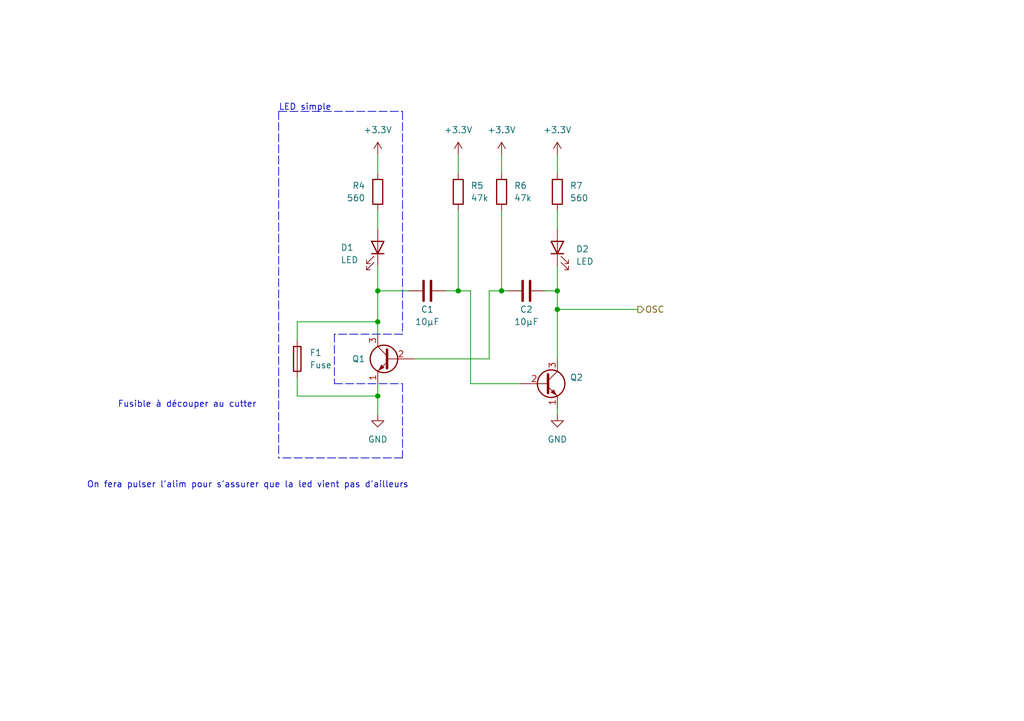
<source format=kicad_sch>
(kicad_sch (version 20211123) (generator eeschema)
  (paper "A5")
  (title_block (title "LED simple puis Multivibrateur") (company "ARES"))
  (lib_symbols
    (symbol "Device:C" (pin_numbers hide) (pin_names (offset 0.254))
      (property "Reference" "C" (at 0.635 2.54 0))
      (property "Value" "C" (at 0.635 -2.54 0))
      (symbol "C_0_1"
        (polyline (pts (xy -2.032 -0.762) (xy 2.032 -0.762)) (stroke (width 0.508)))
        (polyline (pts (xy -2.032 0.762) (xy 2.032 0.762)) (stroke (width 0.508)))
      )
      (symbol "C_1_1"
        (pin passive line (at 0 3.81 270) (length 2.794) (name "~") (number "1"))
        (pin passive line (at 0 -3.81 90) (length 2.794) (name "~") (number "2"))
      )
    )
    (symbol "Device:Fuse" (pin_numbers hide) (pin_names (offset 0))
      (property "Reference" "F" (at 2.032 0 90))
      (property "Value" "Fuse" (at -1.905 0 90))
      (symbol "Fuse_0_1"
        (rectangle (start -0.762 -2.54) (end 0.762 2.54) (stroke (width 0.254)))
        (polyline (pts (xy 0 2.54) (xy 0 -2.54)))
      )
      (symbol "Fuse_1_1"
        (pin passive line (at 0 3.81 270) (length 1.27) (name "~") (number "1"))
        (pin passive line (at 0 -3.81 90) (length 1.27) (name "~") (number "2"))
      )
    )
    (symbol "Device:LED" (pin_numbers hide) (pin_names (offset 1.016) hide)
      (property "Reference" "D" (at 0 2.54 0))
      (property "Value" "LED" (at 0 -2.54 0))
      (symbol "LED_0_1"
        (polyline (pts (xy -1.27 -1.27) (xy -1.27 1.27)) (stroke (width 0.254)))
        (polyline (pts (xy -1.27 0) (xy 1.27 0)))
        (polyline (pts (xy 1.27 -1.27) (xy 1.27 1.27) (xy -1.27 0) (xy 1.27 -1.27)) (stroke (width 0.254)))
        (polyline (pts (xy -3.048 -0.762) (xy -4.572 -2.286) (xy -3.81 -2.286) (xy -4.572 -2.286) (xy -4.572 -1.524)))
        (polyline (pts (xy -1.778 -0.762) (xy -3.302 -2.286) (xy -2.54 -2.286) (xy -3.302 -2.286) (xy -3.302 -1.524)))
      )
      (symbol "LED_1_1"
        (pin passive line (at -3.81 0 0) (length 2.54) (name "K") (number "1"))
        (pin passive line (at 3.81 0 180) (length 2.54) (name "A") (number "2"))
      )
    )
    (symbol "Device:Q_NPN_EBC" (pin_names (offset 0) hide)
      (property "Reference" "Q" (at 5.08 1.27 0))
      (property "Value" "Q_NPN_EBC" (at 5.08 -1.27 0))
      (symbol "Q_NPN_EBC_0_1"
        (polyline (pts (xy 0.635 0.635) (xy 2.54 2.54)))
        (polyline (pts (xy 0.635 -0.635) (xy 2.54 -2.54) (xy 2.54 -2.54)))
        (polyline (pts (xy 0.635 1.905) (xy 0.635 -1.905) (xy 0.635 -1.905)) (stroke (width 0.508)))
        (polyline (pts (xy 1.27 -1.778) (xy 1.778 -1.27) (xy 2.286 -2.286) (xy 1.27 -1.778) (xy 1.27 -1.778)) (fill (type outline)))
        (circle (center 1.27 0) (radius 2.8194) (stroke (width 0.254)))
      )
      (symbol "Q_NPN_EBC_1_1"
        (pin passive line (at 2.54 -5.08 90) (length 2.54) (name "E") (number "1"))
        (pin passive line (at -5.08 0 0) (length 5.715) (name "B") (number "2"))
        (pin passive line (at 2.54 5.08 270) (length 2.54) (name "C") (number "3"))
      )
    )
    (symbol "Device:R" (pin_numbers hide) (pin_names (offset 0))
      (property "Reference" "R" (at 2.032 0 90))
      (property "Value" "R" (at 0 0 90))
      (symbol "R_0_1"
        (rectangle (start -1.016 -2.54) (end 1.016 2.54) (stroke (width 0.254)))
      )
      (symbol "R_1_1"
        (pin passive line (at 0 3.81 270) (length 1.27) (name "~") (number "1"))
        (pin passive line (at 0 -3.81 90) (length 1.27) (name "~") (number "2"))
      )
    )
    (symbol "power:+3.3V" (power) (pin_names (offset 0))
      (property "Value" "+3.3V" (at 0 3.556 0))
      (symbol "+3.3V_0_1"
        (polyline (pts (xy -0.762 1.27) (xy 0 2.54)))
        (polyline (pts (xy 0 0) (xy 0 2.54)))
        (polyline (pts (xy 0 2.54) (xy 0.762 1.27)))
      )
      (symbol "+3.3V_1_1"
        (pin power_in line (at 0 0 90) (length 0) hide (name "+3.3V") (number "1"))
      )
    )
    (symbol "power:GND" (power) (pin_names (offset 0))
      (property "Value" "GND" (at 0 -3.81 0))
      (symbol "GND_0_1"
        (polyline (pts (xy 0 0) (xy 0 -1.27) (xy 1.27 -1.27) (xy 0 -2.54) (xy -1.27 -1.27) (xy 0 -1.27)))
      )
      (symbol "GND_1_1"
        (pin power_in line (at 0 0 270) (length 0) hide (name "GND") (number "1"))
      )
    )
  )
  (junction (at 93.98 59.69))
  (junction (at 114.3 63.5))
  (junction (at 102.87 59.69))
  (junction (at 77.47 59.69))
  (junction (at 77.47 66.04))
  (junction (at 77.47 81.28))
  (junction (at 114.3 59.69))
  (wire (pts (xy 77.47 66.04) (xy 60.96 66.04)))
  (polyline (pts (xy 82.55 22.86) (xy 82.55 68.58)))
  (wire (pts (xy 77.47 31.75) (xy 77.47 35.56)))
  (wire (pts (xy 114.3 43.18) (xy 114.3 46.99)))
  (wire (pts (xy 93.98 59.69) (xy 96.52 59.69)))
  (wire (pts (xy 77.47 59.69) (xy 77.47 66.04)))
  (wire (pts (xy 77.47 54.61) (xy 77.47 59.69)))
  (wire (pts (xy 91.44 59.69) (xy 93.98 59.69)))
  (wire (pts (xy 114.3 59.69) (xy 114.3 63.5)))
  (wire (pts (xy 114.3 83.82) (xy 114.3 85.09)))
  (wire (pts (xy 60.96 66.04) (xy 60.96 69.85)))
  (wire (pts (xy 111.76 59.69) (xy 114.3 59.69)))
  (wire (pts (xy 77.47 81.28) (xy 77.47 85.09)))
  (polyline (pts (xy 57.15 22.86) (xy 57.15 93.98)))
  (wire (pts (xy 102.87 59.69) (xy 104.14 59.69)))
  (wire (pts (xy 96.52 59.69) (xy 96.52 78.74)))
  (wire (pts (xy 102.87 43.18) (xy 102.87 59.69)))
  (wire (pts (xy 60.96 77.47) (xy 60.96 81.28)))
  (wire (pts (xy 77.47 68.58) (xy 77.47 66.04)))
  (wire (pts (xy 77.47 43.18) (xy 77.47 46.99)))
  (wire (pts (xy 114.3 63.5) (xy 114.3 73.66)))
  (wire (pts (xy 114.3 31.75) (xy 114.3 35.56)))
  (polyline (pts (xy 82.55 93.98) (xy 57.15 93.98)))
  (polyline (pts (xy 68.58 68.58) (xy 68.58 78.74)))
  (wire (pts (xy 100.33 59.69) (xy 102.87 59.69)))
  (polyline (pts (xy 57.15 22.86) (xy 82.55 22.86)))
  (polyline (pts (xy 68.58 78.74) (xy 82.55 78.74)))
  (wire (pts (xy 77.47 59.69) (xy 83.82 59.69)))
  (wire (pts (xy 100.33 73.66) (xy 100.33 59.69)))
  (polyline (pts (xy 82.55 78.74) (xy 82.55 93.98)))
  (wire (pts (xy 93.98 31.75) (xy 93.98 35.56)))
  (wire (pts (xy 114.3 63.5) (xy 130.81 63.5)))
  (wire (pts (xy 60.96 81.28) (xy 77.47 81.28)))
  (wire (pts (xy 102.87 31.75) (xy 102.87 35.56)))
  (wire (pts (xy 93.98 43.18) (xy 93.98 59.69)))
  (polyline (pts (xy 82.55 68.58) (xy 68.58 68.58)))
  (wire (pts (xy 85.09 73.66) (xy 100.33 73.66)))
  (wire (pts (xy 106.68 78.74) (xy 96.52 78.74)))
  (wire (pts (xy 77.47 78.74) (xy 77.47 81.28)))
  (wire (pts (xy 114.3 54.61) (xy 114.3 59.69)))
  (text "LED simple\n" (at 57.15 22.86 0) (effects (font (size 1.27 1.27)) (justify left bottom)))
  (text "Fusible à découper au cutter" (at 24.13 83.82 0) (effects (font (size 1.27 1.27)) (justify left bottom)))
  (text "On fera pulser l'alim pour s'assurer que la led vient pas d'ailleurs" (at 17.78 100.33 0) (effects (font (size 1.27 1.27)) (justify left bottom)))
  (hierarchical_label "OSC" (shape output) (at 130.81 63.5 0))
  (symbol (lib_id "Device:R") (at 93.98 39.37 0) (unit 1)
    (property "Reference" "R5" (at 96.52 38.0999 0) (effects (justify left)))
    (property "Value" "47k" (at 96.52 40.6399 0) (effects (justify left)))
    (property "Footprint" "Resistor_SMD:R_0805_2012Metric" (effects hide))
  )
  (symbol (lib_id "Device:R") (at 102.87 39.37 0) (unit 1)
    (property "Reference" "R6" (at 105.41 38.0999 0) (effects (justify left)))
    (property "Value" "47k" (at 105.41 40.6399 0) (effects (justify left)))
    (property "Footprint" "Resistor_SMD:R_0805_2012Metric" (effects hide))
  )
  (symbol (lib_id "power:GND") (at 114.3 85.09 0) (unit 1)
    (property "Reference" "#PWR010" (effects hide))
    (property "Value" "GND" (at 114.3 90.17 0))
  )
  (symbol (lib_id "power:+3.3V") (at 93.98 31.75 0) (unit 1)
    (property "Reference" "#PWR07" (effects hide))
    (property "Value" "+3.3V" (at 93.98 26.67 0))
  )
  (symbol (lib_id "power:GND") (at 77.47 85.09 0) (unit 1)
    (property "Reference" "#PWR06" (effects hide))
    (property "Value" "GND" (at 77.47 90.17 0))
  )
  (symbol (lib_id "Device:Fuse") (at 60.96 73.66 0) (unit 1)
    (property "Reference" "F1" (at 63.5 72.3899 0) (effects (justify left)))
    (property "Value" "Fuse" (at 63.5 74.9299 0) (effects (justify left)))
    (property "Footprint" "Custom:Fuse_trace" (effects hide))
  )
  (symbol (lib_id "Device:LED") (at 114.3 50.8 90) (unit 1)
    (property "Reference" "D2" (at 118.11 51.1174 90) (effects (justify right)))
    (property "Value" "LED" (at 118.11 53.6574 90) (effects (justify right)))
    (property "Footprint" "LED_THT:LED_D5.0mm_Clear" (effects hide))
  )
  (symbol (lib_id "Device:C") (at 107.95 59.69 270) (mirror x) (unit 1)
    (property "Reference" "C2" (at 107.95 63.5 90))
    (property "Value" "10µF" (at 107.95 66.04 90))
    (property "Footprint" "Capacitor_SMD:C_1206_3216Metric" (effects hide))
  )
  (symbol (lib_id "power:+3.3V") (at 114.3 31.75 0) (unit 1)
    (property "Reference" "#PWR09" (effects hide))
    (property "Value" "+3.3V" (at 114.3 26.67 0))
  )
  (symbol (lib_id "Device:R") (at 77.47 39.37 0) (mirror y) (unit 1)
    (property "Reference" "R4" (at 74.93 38.0999 0) (effects (justify left)))
    (property "Value" "560" (at 74.93 40.6399 0) (effects (justify left)))
    (property "Footprint" "Resistor_SMD:R_0805_2012Metric" (effects hide))
  )
  (symbol (lib_id "Device:Q_NPN_EBC") (at 111.76 78.74 0) (unit 1)
    (property "Reference" "Q2" (at 116.84 77.4699 0) (effects (justify left)))
    (property "Value" "Q_NPN_EBC" (effects hide))
    (property "Footprint" "Package_TO_SOT_THT:TO-92_Inline" (effects hide))
  )
  (symbol (lib_id "power:+3.3V") (at 77.47 31.75 0) (unit 1)
    (property "Reference" "#PWR05" (effects hide))
    (property "Value" "+3.3V" (at 77.47 26.67 0))
  )
  (symbol (lib_id "Device:R") (at 114.3 39.37 0) (unit 1)
    (property "Reference" "R7" (at 116.84 38.0999 0) (effects (justify left)))
    (property "Value" "560" (at 116.84 40.6399 0) (effects (justify left)))
    (property "Footprint" "Resistor_SMD:R_0805_2012Metric" (effects hide))
  )
  (symbol (lib_id "Device:Q_NPN_EBC") (at 80.01 73.66 0) (mirror y) (unit 1)
    (property "Reference" "Q1" (at 74.93 73.6599 0) (effects (justify left)))
    (property "Value" "Q_NPN_EBC" (effects hide))
    (property "Footprint" "Package_TO_SOT_THT:TO-92_Inline" (effects hide))
  )
  (symbol (lib_id "Device:C") (at 87.63 59.69 270) (unit 1)
    (property "Reference" "C1" (at 87.63 63.5 90))
    (property "Value" "10µF" (at 87.63 66.04 90))
    (property "Footprint" "Capacitor_SMD:C_1206_3216Metric" (effects hide))
  )
  (symbol (lib_id "Device:LED") (at 77.47 50.8 270) (mirror x) (unit 1)
    (property "Reference" "D1" (at 69.85 50.8 90) (effects (justify left)))
    (property "Value" "LED" (at 69.85 53.34 90) (effects (justify left)))
    (property "Footprint" "LED_THT:LED_D5.0mm_Clear" (effects hide))
  )
  (symbol (lib_id "power:+3.3V") (at 102.87 31.75 0) (unit 1)
    (property "Reference" "#PWR08" (effects hide))
    (property "Value" "+3.3V" (at 102.87 26.67 0))
  )
)
</source>
